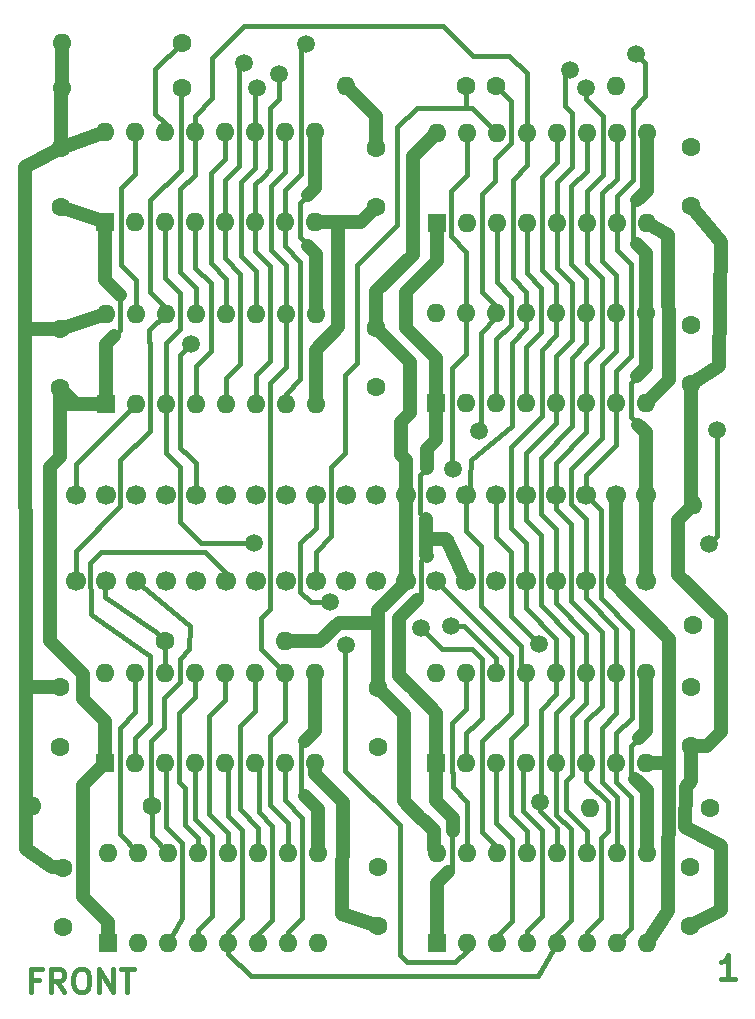
<source format=gbr>
%TF.GenerationSoftware,KiCad,Pcbnew,7.0.7*%
%TF.CreationDate,2023-11-11T16:10:04+00:00*%
%TF.ProjectId,Lynx-MK1-MEM,4c796e78-2d4d-44b3-912d-4d454d2e6b69,rev?*%
%TF.SameCoordinates,Original*%
%TF.FileFunction,Copper,L1,Top*%
%TF.FilePolarity,Positive*%
%FSLAX46Y46*%
G04 Gerber Fmt 4.6, Leading zero omitted, Abs format (unit mm)*
G04 Created by KiCad (PCBNEW 7.0.7) date 2023-11-11 16:10:04*
%MOMM*%
%LPD*%
G01*
G04 APERTURE LIST*
%ADD10C,0.400000*%
%TA.AperFunction,NonConductor*%
%ADD11C,0.400000*%
%TD*%
%TA.AperFunction,ComponentPad*%
%ADD12R,1.600000X1.600000*%
%TD*%
%TA.AperFunction,ComponentPad*%
%ADD13O,1.600000X1.600000*%
%TD*%
%TA.AperFunction,ComponentPad*%
%ADD14C,1.600000*%
%TD*%
%TA.AperFunction,ComponentPad*%
%ADD15C,1.700000*%
%TD*%
%TA.AperFunction,ViaPad*%
%ADD16C,1.500000*%
%TD*%
%TA.AperFunction,Conductor*%
%ADD17C,0.400000*%
%TD*%
%TA.AperFunction,Conductor*%
%ADD18C,1.200000*%
%TD*%
G04 APERTURE END LIST*
D10*
D11*
X77956014Y-142736819D02*
X77289347Y-142736819D01*
X77289347Y-143784438D02*
X77289347Y-141784438D01*
X77289347Y-141784438D02*
X78241728Y-141784438D01*
X80146490Y-143784438D02*
X79479823Y-142832057D01*
X79003633Y-143784438D02*
X79003633Y-141784438D01*
X79003633Y-141784438D02*
X79765538Y-141784438D01*
X79765538Y-141784438D02*
X79956014Y-141879676D01*
X79956014Y-141879676D02*
X80051252Y-141974914D01*
X80051252Y-141974914D02*
X80146490Y-142165390D01*
X80146490Y-142165390D02*
X80146490Y-142451104D01*
X80146490Y-142451104D02*
X80051252Y-142641580D01*
X80051252Y-142641580D02*
X79956014Y-142736819D01*
X79956014Y-142736819D02*
X79765538Y-142832057D01*
X79765538Y-142832057D02*
X79003633Y-142832057D01*
X81384585Y-141784438D02*
X81765538Y-141784438D01*
X81765538Y-141784438D02*
X81956014Y-141879676D01*
X81956014Y-141879676D02*
X82146490Y-142070152D01*
X82146490Y-142070152D02*
X82241728Y-142451104D01*
X82241728Y-142451104D02*
X82241728Y-143117771D01*
X82241728Y-143117771D02*
X82146490Y-143498723D01*
X82146490Y-143498723D02*
X81956014Y-143689200D01*
X81956014Y-143689200D02*
X81765538Y-143784438D01*
X81765538Y-143784438D02*
X81384585Y-143784438D01*
X81384585Y-143784438D02*
X81194109Y-143689200D01*
X81194109Y-143689200D02*
X81003633Y-143498723D01*
X81003633Y-143498723D02*
X80908395Y-143117771D01*
X80908395Y-143117771D02*
X80908395Y-142451104D01*
X80908395Y-142451104D02*
X81003633Y-142070152D01*
X81003633Y-142070152D02*
X81194109Y-141879676D01*
X81194109Y-141879676D02*
X81384585Y-141784438D01*
X83098871Y-143784438D02*
X83098871Y-141784438D01*
X83098871Y-141784438D02*
X84241728Y-143784438D01*
X84241728Y-143784438D02*
X84241728Y-141784438D01*
X84908395Y-141784438D02*
X86051252Y-141784438D01*
X85479823Y-143784438D02*
X85479823Y-141784438D01*
D10*
D11*
X136906966Y-142634438D02*
X135764109Y-142634438D01*
X136335537Y-142634438D02*
X136335537Y-140634438D01*
X136335537Y-140634438D02*
X136145061Y-140920152D01*
X136145061Y-140920152D02*
X135954585Y-141110628D01*
X135954585Y-141110628D02*
X135764109Y-141205866D01*
D12*
%TO.P,IC1,1,VBB*%
%TO.N,-5V*%
X83560000Y-78580000D03*
D13*
%TO.P,IC1,2,Din*%
%TO.N,/DI6*%
X86100000Y-78580000D03*
%TO.P,IC1,3,~{WRITE}*%
%TO.N,~{WR}*%
X88640000Y-78580000D03*
%TO.P,IC1,4,~{RAS}*%
%TO.N,~{RAS}*%
X91180000Y-78580000D03*
%TO.P,IC1,5,A0*%
%TO.N,/A5*%
X93720000Y-78580000D03*
%TO.P,IC1,6,A2*%
%TO.N,/A2*%
X96260000Y-78580000D03*
%TO.P,IC1,7,A1*%
%TO.N,/A0*%
X98800000Y-78580000D03*
%TO.P,IC1,8,VCC*%
%TO.N,+12V*%
X101340000Y-78580000D03*
%TO.P,IC1,9,A7*%
%TO.N,+5V*%
X101340000Y-70960000D03*
%TO.P,IC1,10,A5*%
%TO.N,/A1*%
X98800000Y-70960000D03*
%TO.P,IC1,11,A4*%
%TO.N,/A4*%
X96260000Y-70960000D03*
%TO.P,IC1,12,A3*%
%TO.N,/A3*%
X93720000Y-70960000D03*
%TO.P,IC1,13,A6*%
%TO.N,/A6*%
X91180000Y-70960000D03*
%TO.P,IC1,14,Dout*%
%TO.N,/DO6*%
X88640000Y-70960000D03*
%TO.P,IC1,15,~{CAS}*%
%TO.N,~{CAS}*%
X86100000Y-70960000D03*
%TO.P,IC1,16,GND*%
%TO.N,GND*%
X83560000Y-70960000D03*
%TD*%
D14*
%TO.P,C6,1*%
%TO.N,+12V*%
X106680000Y-123023000D03*
%TO.P,C6,2*%
%TO.N,GND*%
X106680000Y-118023000D03*
%TD*%
D15*
%TO.P,PL4,1,Pin_1*%
%TO.N,/DO0*%
X81090000Y-108950000D03*
%TO.P,PL4,2,Pin_2*%
%TO.N,/DI0*%
X81090000Y-101650000D03*
%TO.P,PL4,3,Pin_3*%
%TO.N,/DO5*%
X83630000Y-108950000D03*
%TO.P,PL4,4,Pin_4*%
%TO.N,unconnected-(PL4-Pin_4-Pad4)*%
X83630000Y-101650000D03*
%TO.P,PL4,5,Pin_5*%
%TO.N,/DO7*%
X86170000Y-108950000D03*
%TO.P,PL4,6,Pin_6*%
%TO.N,/DO6*%
X86170000Y-101650000D03*
%TO.P,PL4,7,Pin_7*%
%TO.N,/DI2*%
X88710000Y-108950000D03*
%TO.P,PL4,8,Pin_8*%
%TO.N,/DI1*%
X88710000Y-101650000D03*
%TO.P,PL4,9,Pin_9*%
%TO.N,/DI4*%
X91250000Y-108950000D03*
%TO.P,PL4,10,Pin_10*%
%TO.N,/DI3*%
X91250000Y-101650000D03*
%TO.P,PL4,11,Pin_11*%
%TO.N,/DI5*%
X93790000Y-108950000D03*
%TO.P,PL4,12,Pin_12*%
%TO.N,/DI6*%
X93790000Y-101650000D03*
%TO.P,PL4,13,Pin_13*%
%TO.N,unconnected-(PL4-Pin_13-Pad13)*%
X96330000Y-108950000D03*
%TO.P,PL4,14,Pin_14*%
%TO.N,/DI7*%
X96330000Y-101650000D03*
%TO.P,PL4,15,Pin_15*%
%TO.N,unconnected-(PL4-Pin_15-Pad15)*%
X98870000Y-108950000D03*
%TO.P,PL4,16,Pin_16*%
%TO.N,/DO1*%
X98870000Y-101650000D03*
%TO.P,PL4,17,Pin_17*%
%TO.N,/DO3*%
X101410000Y-108950000D03*
%TO.P,PL4,18,Pin_18*%
%TO.N,/DO4*%
X101410000Y-101650000D03*
%TO.P,PL4,19,Pin_19*%
%TO.N,unconnected-(PL4-Pin_19-Pad19)*%
X103950000Y-108950000D03*
%TO.P,PL4,20,Pin_20*%
%TO.N,unconnected-(PL4-Pin_20-Pad20)*%
X103950000Y-101650000D03*
%TO.P,PL4,21,Pin_21*%
%TO.N,unconnected-(PL4-Pin_21-Pad21)*%
X106490000Y-108950000D03*
%TO.P,PL4,22,Pin_22*%
%TO.N,unconnected-(PL4-Pin_22-Pad22)*%
X106490000Y-101650000D03*
%TO.P,PL4,23,Pin_23*%
%TO.N,GND*%
X109030000Y-108950000D03*
%TO.P,PL4,24,Pin_24*%
X109030000Y-101650000D03*
%TO.P,PL4,25,Pin_25*%
%TO.N,/DO2*%
X111570000Y-108950000D03*
%TO.P,PL4,26,Pin_26*%
%TO.N,~{WR}*%
X111570000Y-101650000D03*
%TO.P,PL4,27,Pin_27*%
%TO.N,-5V*%
X114110000Y-108950000D03*
%TO.P,PL4,28,Pin_28*%
%TO.N,/A6*%
X114110000Y-101650000D03*
%TO.P,PL4,29,Pin_29*%
%TO.N,~{RAS}*%
X116650000Y-108950000D03*
%TO.P,PL4,30,Pin_30*%
%TO.N,~{CAS}*%
X116650000Y-101650000D03*
%TO.P,PL4,31,Pin_31*%
%TO.N,/A3*%
X119190000Y-108950000D03*
%TO.P,PL4,32,Pin_32*%
%TO.N,/A5*%
X119190000Y-101650000D03*
%TO.P,PL4,33,Pin_33*%
%TO.N,/A4*%
X121730000Y-108950000D03*
%TO.P,PL4,34,Pin_34*%
%TO.N,/A2*%
X121730000Y-101650000D03*
%TO.P,PL4,35,Pin_35*%
%TO.N,/A1*%
X124270000Y-108950000D03*
%TO.P,PL4,36,Pin_36*%
%TO.N,/A0*%
X124270000Y-101650000D03*
%TO.P,PL4,37,Pin_37*%
%TO.N,+12V*%
X126810000Y-108950000D03*
%TO.P,PL4,38,Pin_38*%
X126810000Y-101650000D03*
%TO.P,PL4,39,Pin_39*%
%TO.N,+5V*%
X129350000Y-108950000D03*
%TO.P,PL4,40,Pin_40*%
X129350000Y-101650000D03*
%TD*%
D14*
%TO.P,C7,1*%
%TO.N,+12V*%
X106553000Y-92543000D03*
%TO.P,C7,2*%
%TO.N,GND*%
X106553000Y-87543000D03*
%TD*%
%TO.P,C1,1*%
%TO.N,-5V*%
X80010000Y-138263000D03*
%TO.P,C1,2*%
%TO.N,GND*%
X80010000Y-133263000D03*
%TD*%
D12*
%TO.P,IC2,1,VBB*%
%TO.N,-5V*%
X111668425Y-78613000D03*
D13*
%TO.P,IC2,2,Din*%
%TO.N,/DI3*%
X114208425Y-78613000D03*
%TO.P,IC2,3,~{WRITE}*%
%TO.N,~{WR}*%
X116748425Y-78613000D03*
%TO.P,IC2,4,~{RAS}*%
%TO.N,~{RAS}*%
X119288425Y-78613000D03*
%TO.P,IC2,5,A0*%
%TO.N,/A5*%
X121828425Y-78613000D03*
%TO.P,IC2,6,A2*%
%TO.N,/A2*%
X124368425Y-78613000D03*
%TO.P,IC2,7,A1*%
%TO.N,/A0*%
X126908425Y-78613000D03*
%TO.P,IC2,8,VCC*%
%TO.N,+12V*%
X129448425Y-78613000D03*
%TO.P,IC2,9,A7*%
%TO.N,+5V*%
X129448425Y-70993000D03*
%TO.P,IC2,10,A5*%
%TO.N,/A1*%
X126908425Y-70993000D03*
%TO.P,IC2,11,A4*%
%TO.N,/A4*%
X124368425Y-70993000D03*
%TO.P,IC2,12,A3*%
%TO.N,/A3*%
X121828425Y-70993000D03*
%TO.P,IC2,13,A6*%
%TO.N,/A6*%
X119288425Y-70993000D03*
%TO.P,IC2,14,Dout*%
%TO.N,/DO3*%
X116748425Y-70993000D03*
%TO.P,IC2,15,~{CAS}*%
%TO.N,~{CAS}*%
X114208425Y-70993000D03*
%TO.P,IC2,16,GND*%
%TO.N,GND*%
X111668425Y-70993000D03*
%TD*%
D14*
%TO.P,R6,1*%
%TO.N,/DO5*%
X88650000Y-114050000D03*
D13*
%TO.P,R6,2*%
%TO.N,GND*%
X98810000Y-114050000D03*
%TD*%
D14*
%TO.P,C9,1*%
%TO.N,+5V*%
X133096000Y-133136000D03*
%TO.P,C9,2*%
%TO.N,GND*%
X133096000Y-138136000D03*
%TD*%
%TO.P,R8,1*%
%TO.N,/DO2*%
X134767000Y-128143000D03*
D13*
%TO.P,R8,2*%
%TO.N,GND*%
X124607000Y-128143000D03*
%TD*%
D14*
%TO.P,C11,1*%
%TO.N,+5V*%
X133223000Y-87289000D03*
%TO.P,C11,2*%
%TO.N,GND*%
X133223000Y-92289000D03*
%TD*%
D12*
%TO.P,IC5,1,VBB*%
%TO.N,-5V*%
X83566000Y-124333000D03*
D13*
%TO.P,IC5,2,Din*%
%TO.N,/DI5*%
X86106000Y-124333000D03*
%TO.P,IC5,3,~{WRITE}*%
%TO.N,~{WR}*%
X88646000Y-124333000D03*
%TO.P,IC5,4,~{RAS}*%
%TO.N,~{RAS}*%
X91186000Y-124333000D03*
%TO.P,IC5,5,A0*%
%TO.N,/A5*%
X93726000Y-124333000D03*
%TO.P,IC5,6,A2*%
%TO.N,/A2*%
X96266000Y-124333000D03*
%TO.P,IC5,7,A1*%
%TO.N,/A0*%
X98806000Y-124333000D03*
%TO.P,IC5,8,VCC*%
%TO.N,+12V*%
X101346000Y-124333000D03*
%TO.P,IC5,9,A7*%
%TO.N,+5V*%
X101346000Y-116713000D03*
%TO.P,IC5,10,A5*%
%TO.N,/A1*%
X98806000Y-116713000D03*
%TO.P,IC5,11,A4*%
%TO.N,/A4*%
X96266000Y-116713000D03*
%TO.P,IC5,12,A3*%
%TO.N,/A3*%
X93726000Y-116713000D03*
%TO.P,IC5,13,A6*%
%TO.N,/A6*%
X91186000Y-116713000D03*
%TO.P,IC5,14,Dout*%
%TO.N,/DO5*%
X88646000Y-116713000D03*
%TO.P,IC5,15,~{CAS}*%
%TO.N,~{CAS}*%
X86106000Y-116713000D03*
%TO.P,IC5,16,GND*%
%TO.N,GND*%
X83566000Y-116713000D03*
%TD*%
D14*
%TO.P,C8,1*%
%TO.N,+12V*%
X106553000Y-77303000D03*
%TO.P,C8,2*%
%TO.N,GND*%
X106553000Y-72303000D03*
%TD*%
%TO.P,R1,1*%
%TO.N,/DO6*%
X90063000Y-63373000D03*
D13*
%TO.P,R1,2*%
%TO.N,GND*%
X79903000Y-63373000D03*
%TD*%
D14*
%TO.P,C12,1*%
%TO.N,+5V*%
X133223000Y-72176000D03*
%TO.P,C12,2*%
%TO.N,GND*%
X133223000Y-77176000D03*
%TD*%
%TO.P,C4,1*%
%TO.N,-5V*%
X79883000Y-77303000D03*
%TO.P,C4,2*%
%TO.N,GND*%
X79883000Y-72303000D03*
%TD*%
D12*
%TO.P,IC3,1,VBB*%
%TO.N,-5V*%
X83667600Y-93929200D03*
D13*
%TO.P,IC3,2,Din*%
%TO.N,/DI0*%
X86207600Y-93929200D03*
%TO.P,IC3,3,~{WRITE}*%
%TO.N,~{WR}*%
X88747600Y-93929200D03*
%TO.P,IC3,4,~{RAS}*%
%TO.N,~{RAS}*%
X91287600Y-93929200D03*
%TO.P,IC3,5,A0*%
%TO.N,/A5*%
X93827600Y-93929200D03*
%TO.P,IC3,6,A2*%
%TO.N,/A2*%
X96367600Y-93929200D03*
%TO.P,IC3,7,A1*%
%TO.N,/A0*%
X98907600Y-93929200D03*
%TO.P,IC3,8,VCC*%
%TO.N,+12V*%
X101447600Y-93929200D03*
%TO.P,IC3,9,A7*%
%TO.N,+5V*%
X101447600Y-86309200D03*
%TO.P,IC3,10,A5*%
%TO.N,/A1*%
X98907600Y-86309200D03*
%TO.P,IC3,11,A4*%
%TO.N,/A4*%
X96367600Y-86309200D03*
%TO.P,IC3,12,A3*%
%TO.N,/A3*%
X93827600Y-86309200D03*
%TO.P,IC3,13,A6*%
%TO.N,/A6*%
X91287600Y-86309200D03*
%TO.P,IC3,14,Dout*%
%TO.N,/DO0*%
X88747600Y-86309200D03*
%TO.P,IC3,15,~{CAS}*%
%TO.N,~{CAS}*%
X86207600Y-86309200D03*
%TO.P,IC3,16,GND*%
%TO.N,GND*%
X83667600Y-86309200D03*
%TD*%
D14*
%TO.P,C3,1*%
%TO.N,-5V*%
X79790000Y-92590000D03*
%TO.P,C3,2*%
%TO.N,GND*%
X79790000Y-87590000D03*
%TD*%
%TO.P,C5,1*%
%TO.N,+12V*%
X106680000Y-138136000D03*
%TO.P,C5,2*%
%TO.N,GND*%
X106680000Y-133136000D03*
%TD*%
D12*
%TO.P,IC7,1,VBB*%
%TO.N,-5V*%
X83855425Y-139563000D03*
D13*
%TO.P,IC7,2,Din*%
%TO.N,/DI7*%
X86395425Y-139563000D03*
%TO.P,IC7,3,~{WRITE}*%
%TO.N,~{WR}*%
X88935425Y-139563000D03*
%TO.P,IC7,4,~{RAS}*%
%TO.N,~{RAS}*%
X91475425Y-139563000D03*
%TO.P,IC7,5,A0*%
%TO.N,/A5*%
X94015425Y-139563000D03*
%TO.P,IC7,6,A2*%
%TO.N,/A2*%
X96555425Y-139563000D03*
%TO.P,IC7,7,A1*%
%TO.N,/A0*%
X99095425Y-139563000D03*
%TO.P,IC7,8,VCC*%
%TO.N,+12V*%
X101635425Y-139563000D03*
%TO.P,IC7,9,A7*%
%TO.N,+5V*%
X101635425Y-131943000D03*
%TO.P,IC7,10,A5*%
%TO.N,/A1*%
X99095425Y-131943000D03*
%TO.P,IC7,11,A4*%
%TO.N,/A4*%
X96555425Y-131943000D03*
%TO.P,IC7,12,A3*%
%TO.N,/A3*%
X94015425Y-131943000D03*
%TO.P,IC7,13,A6*%
%TO.N,/A6*%
X91475425Y-131943000D03*
%TO.P,IC7,14,Dout*%
%TO.N,/DO7*%
X88935425Y-131943000D03*
%TO.P,IC7,15,~{CAS}*%
%TO.N,~{CAS}*%
X86395425Y-131943000D03*
%TO.P,IC7,16,GND*%
%TO.N,GND*%
X83855425Y-131943000D03*
%TD*%
D12*
%TO.P,IC6,1,VBB*%
%TO.N,-5V*%
X111633000Y-124323000D03*
D13*
%TO.P,IC6,2,Din*%
%TO.N,/DI4*%
X114173000Y-124323000D03*
%TO.P,IC6,3,~{WRITE}*%
%TO.N,~{WR}*%
X116713000Y-124323000D03*
%TO.P,IC6,4,~{RAS}*%
%TO.N,~{RAS}*%
X119253000Y-124323000D03*
%TO.P,IC6,5,A0*%
%TO.N,/A5*%
X121793000Y-124323000D03*
%TO.P,IC6,6,A2*%
%TO.N,/A2*%
X124333000Y-124323000D03*
%TO.P,IC6,7,A1*%
%TO.N,/A0*%
X126873000Y-124323000D03*
%TO.P,IC6,8,VCC*%
%TO.N,+12V*%
X129413000Y-124323000D03*
%TO.P,IC6,9,A7*%
%TO.N,+5V*%
X129413000Y-116703000D03*
%TO.P,IC6,10,A5*%
%TO.N,/A1*%
X126873000Y-116703000D03*
%TO.P,IC6,11,A4*%
%TO.N,/A4*%
X124333000Y-116703000D03*
%TO.P,IC6,12,A3*%
%TO.N,/A3*%
X121793000Y-116703000D03*
%TO.P,IC6,13,A6*%
%TO.N,/A6*%
X119253000Y-116703000D03*
%TO.P,IC6,14,Dout*%
%TO.N,/DO4*%
X116713000Y-116703000D03*
%TO.P,IC6,15,~{CAS}*%
%TO.N,~{CAS}*%
X114173000Y-116703000D03*
%TO.P,IC6,16,GND*%
%TO.N,GND*%
X111633000Y-116703000D03*
%TD*%
D14*
%TO.P,R5,1*%
%TO.N,/DO4*%
X133350000Y-112669000D03*
D13*
%TO.P,R5,2*%
%TO.N,GND*%
X133350000Y-102509000D03*
%TD*%
D14*
%TO.P,C2,1*%
%TO.N,-5V*%
X79770000Y-122970000D03*
%TO.P,C2,2*%
%TO.N,GND*%
X79770000Y-117970000D03*
%TD*%
D12*
%TO.P,IC4,1,VBB*%
%TO.N,-5V*%
X111633000Y-93853000D03*
D13*
%TO.P,IC4,2,Din*%
%TO.N,/DI1*%
X114173000Y-93853000D03*
%TO.P,IC4,3,~{WRITE}*%
%TO.N,~{WR}*%
X116713000Y-93853000D03*
%TO.P,IC4,4,~{RAS}*%
%TO.N,~{RAS}*%
X119253000Y-93853000D03*
%TO.P,IC4,5,A0*%
%TO.N,/A5*%
X121793000Y-93853000D03*
%TO.P,IC4,6,A2*%
%TO.N,/A2*%
X124333000Y-93853000D03*
%TO.P,IC4,7,A1*%
%TO.N,/A0*%
X126873000Y-93853000D03*
%TO.P,IC4,8,VCC*%
%TO.N,+12V*%
X129413000Y-93853000D03*
%TO.P,IC4,9,A7*%
%TO.N,+5V*%
X129413000Y-86233000D03*
%TO.P,IC4,10,A5*%
%TO.N,/A1*%
X126873000Y-86233000D03*
%TO.P,IC4,11,A4*%
%TO.N,/A4*%
X124333000Y-86233000D03*
%TO.P,IC4,12,A3*%
%TO.N,/A3*%
X121793000Y-86233000D03*
%TO.P,IC4,13,A6*%
%TO.N,/A6*%
X119253000Y-86233000D03*
%TO.P,IC4,14,Dout*%
%TO.N,/DO1*%
X116713000Y-86233000D03*
%TO.P,IC4,15,~{CAS}*%
%TO.N,~{CAS}*%
X114173000Y-86233000D03*
%TO.P,IC4,16,GND*%
%TO.N,GND*%
X111633000Y-86233000D03*
%TD*%
D12*
%TO.P,IC8,1,VBB*%
%TO.N,-5V*%
X111668425Y-139563000D03*
D13*
%TO.P,IC8,2,Din*%
%TO.N,/DI2*%
X114208425Y-139563000D03*
%TO.P,IC8,3,~{WRITE}*%
%TO.N,~{WR}*%
X116748425Y-139563000D03*
%TO.P,IC8,4,~{RAS}*%
%TO.N,~{RAS}*%
X119288425Y-139563000D03*
%TO.P,IC8,5,A0*%
%TO.N,/A5*%
X121828425Y-139563000D03*
%TO.P,IC8,6,A2*%
%TO.N,/A2*%
X124368425Y-139563000D03*
%TO.P,IC8,7,A1*%
%TO.N,/A0*%
X126908425Y-139563000D03*
%TO.P,IC8,8,VCC*%
%TO.N,+12V*%
X129448425Y-139563000D03*
%TO.P,IC8,9,A7*%
%TO.N,+5V*%
X129448425Y-131943000D03*
%TO.P,IC8,10,A5*%
%TO.N,/A1*%
X126908425Y-131943000D03*
%TO.P,IC8,11,A4*%
%TO.N,/A4*%
X124368425Y-131943000D03*
%TO.P,IC8,12,A3*%
%TO.N,/A3*%
X121828425Y-131943000D03*
%TO.P,IC8,13,A6*%
%TO.N,/A6*%
X119288425Y-131943000D03*
%TO.P,IC8,14,Dout*%
%TO.N,/DO2*%
X116748425Y-131943000D03*
%TO.P,IC8,15,~{CAS}*%
%TO.N,~{CAS}*%
X114208425Y-131943000D03*
%TO.P,IC8,16,GND*%
%TO.N,GND*%
X111668425Y-131943000D03*
%TD*%
D14*
%TO.P,R3,1*%
%TO.N,/DO3*%
X114160000Y-67056000D03*
D13*
%TO.P,R3,2*%
%TO.N,GND*%
X104000000Y-67056000D03*
%TD*%
D14*
%TO.P,C10,1*%
%TO.N,+5V*%
X133223000Y-117896000D03*
%TO.P,C10,2*%
%TO.N,GND*%
X133223000Y-122896000D03*
%TD*%
%TO.P,R7,1*%
%TO.N,/DO7*%
X87523000Y-128016000D03*
D13*
%TO.P,R7,2*%
%TO.N,GND*%
X77363000Y-128016000D03*
%TD*%
D14*
%TO.P,R4,1*%
%TO.N,/DO1*%
X116693000Y-67056000D03*
D13*
%TO.P,R4,2*%
%TO.N,GND*%
X126853000Y-67056000D03*
%TD*%
D14*
%TO.P,R2,1*%
%TO.N,/DO0*%
X90063000Y-67183000D03*
D13*
%TO.P,R2,2*%
%TO.N,GND*%
X79903000Y-67183000D03*
%TD*%
D16*
%TO.N,~{WR}*%
X96220000Y-105730000D03*
%TO.N,~{RAS}*%
X134720000Y-105820000D03*
X135420000Y-96210000D03*
%TO.N,/A0*%
X128510000Y-64340000D03*
X100590000Y-63480000D03*
%TO.N,/A2*%
X98330000Y-65990000D03*
X124320000Y-67230000D03*
%TO.N,/A5*%
X122970000Y-65660000D03*
X95350000Y-65090000D03*
%TO.N,/A4*%
X96460000Y-67240000D03*
%TO.N,/A3*%
X120380000Y-127650000D03*
%TO.N,~{CAS}*%
X113010000Y-99490000D03*
X120300000Y-114320000D03*
%TO.N,/DI4*%
X110300000Y-112960000D03*
%TO.N,/DO4*%
X112870000Y-112730000D03*
X102620000Y-110770000D03*
%TO.N,/DI3*%
X90890000Y-88850000D03*
%TO.N,/DI2*%
X103990000Y-114340000D03*
%TO.N,/DO1*%
X115250000Y-96290000D03*
%TD*%
D17*
%TO.N,-5V*%
X110850000Y-99420000D02*
X110280000Y-99990000D01*
D18*
X80100800Y-93929200D02*
X79790000Y-94240000D01*
D17*
X110280000Y-103200000D02*
X110790000Y-103710000D01*
D18*
X111633000Y-124323000D02*
X111633000Y-120103000D01*
X111668425Y-81901575D02*
X109050000Y-84520000D01*
X83667600Y-93929200D02*
X81720000Y-93929200D01*
X81720000Y-93929200D02*
X80100800Y-93929200D01*
X111633000Y-93853000D02*
X111633000Y-97007000D01*
X109050000Y-84520000D02*
X109050000Y-87500000D01*
X79790000Y-98420000D02*
X79790000Y-94240000D01*
X81730000Y-135680000D02*
X83855425Y-137805425D01*
X109580000Y-118050000D02*
X108500000Y-116970000D01*
X83566000Y-120806000D02*
X81690000Y-118930000D01*
X108500000Y-112060000D02*
X110030000Y-110530000D01*
X83855425Y-137805425D02*
X83855425Y-139563000D01*
X108500000Y-115540000D02*
X108500000Y-112060000D01*
X83560000Y-78580000D02*
X83560000Y-83460000D01*
X83667600Y-93929200D02*
X83667600Y-88862400D01*
X111633000Y-127603000D02*
X112430000Y-128400000D01*
D17*
X110280000Y-99990000D02*
X110280000Y-103200000D01*
X110320000Y-107290000D02*
X110810000Y-106800000D01*
D18*
X83667600Y-88862400D02*
X84340000Y-88190000D01*
X81720000Y-93929200D02*
X81129200Y-93929200D01*
X110790000Y-105430000D02*
X110790000Y-106780000D01*
D17*
X84867600Y-84767600D02*
X84860000Y-84760000D01*
D18*
X110850000Y-97790000D02*
X110850000Y-99420000D01*
X108500000Y-116970000D02*
X108500000Y-115540000D01*
X111633000Y-97007000D02*
X111180000Y-97460000D01*
D17*
X112930000Y-130210000D02*
X113020000Y-130120000D01*
X84867600Y-87662400D02*
X84867600Y-84767600D01*
D18*
X81730000Y-126200000D02*
X81730000Y-135680000D01*
X112430000Y-128400000D02*
X113020000Y-128990000D01*
D17*
X112930000Y-133250000D02*
X112930000Y-130210000D01*
D18*
X112530000Y-105490000D02*
X112470000Y-105430000D01*
X111668425Y-78613000D02*
X111668425Y-81901575D01*
X111668425Y-139563000D02*
X111668425Y-134511575D01*
X111180000Y-97460000D02*
X110850000Y-97790000D01*
X110790000Y-106780000D02*
X110810000Y-106800000D01*
X111633000Y-124323000D02*
X111633000Y-127603000D01*
X81690000Y-116810000D02*
X78900000Y-114020000D01*
D17*
X110320000Y-110240000D02*
X110320000Y-107290000D01*
D18*
X111633000Y-120103000D02*
X109580000Y-118050000D01*
X83566000Y-124333000D02*
X83566000Y-120806000D01*
X79883000Y-77303000D02*
X83560000Y-78580000D01*
X83560000Y-83460000D02*
X84860000Y-84760000D01*
X109050000Y-87500000D02*
X111633000Y-90083000D01*
X112470000Y-105430000D02*
X110790000Y-105430000D01*
D17*
X110030000Y-110530000D02*
X110320000Y-110240000D01*
D18*
X78900000Y-114020000D02*
X78900000Y-99310000D01*
X78900000Y-99310000D02*
X79790000Y-98420000D01*
X83566000Y-124364000D02*
X81730000Y-126200000D01*
X110790000Y-105430000D02*
X110790000Y-103710000D01*
X111633000Y-90083000D02*
X111633000Y-93853000D01*
X83566000Y-124333000D02*
X83566000Y-124364000D01*
D17*
X112620000Y-133560000D02*
X112930000Y-133250000D01*
D18*
X114110000Y-108950000D02*
X112530000Y-105490000D01*
X81690000Y-118930000D02*
X81690000Y-116810000D01*
X113020000Y-128990000D02*
X113020000Y-130120000D01*
X111668425Y-134511575D02*
X112620000Y-133560000D01*
X79790000Y-94240000D02*
X79790000Y-92590000D01*
X81129200Y-93929200D02*
X79790000Y-92590000D01*
D17*
X84340000Y-88190000D02*
X84867600Y-87662400D01*
D18*
%TO.N,GND*%
X134544000Y-122896000D02*
X135690000Y-121750000D01*
X108870000Y-120213000D02*
X108870000Y-127610000D01*
X76810000Y-73920000D02*
X79883000Y-72303000D01*
X79883000Y-72303000D02*
X83560000Y-70960000D01*
X98810000Y-114050000D02*
X101800000Y-114050000D01*
X79883000Y-72303000D02*
X79883000Y-67203000D01*
X133223000Y-102382000D02*
X133350000Y-102509000D01*
X108610000Y-95480000D02*
X109400000Y-94690000D01*
X108610000Y-98260000D02*
X108610000Y-95480000D01*
X111390000Y-131664575D02*
X111668425Y-131943000D01*
X76841010Y-87580000D02*
X76810000Y-73920000D01*
X135690000Y-111990000D02*
X132110000Y-108410000D01*
X109030000Y-108950000D02*
X109030000Y-101650000D01*
X133223000Y-77176000D02*
X135740000Y-80240000D01*
X135770000Y-131408742D02*
X135770000Y-136820000D01*
X132110000Y-103749000D02*
X133350000Y-102509000D01*
X76910000Y-117970000D02*
X76841010Y-87580000D01*
X79790000Y-87590000D02*
X83667600Y-86309200D01*
X133223000Y-92289000D02*
X133223000Y-102382000D01*
X133223000Y-122896000D02*
X134544000Y-122896000D01*
X132110000Y-108410000D02*
X132110000Y-103749000D01*
X132720000Y-129770000D02*
X135770000Y-131408742D01*
X109030000Y-98680000D02*
X108610000Y-98260000D01*
X76851010Y-87590000D02*
X79790000Y-87590000D01*
X109650000Y-81320000D02*
X109650000Y-73011425D01*
X106553000Y-72303000D02*
X106553000Y-69609000D01*
X135690000Y-121750000D02*
X135690000Y-111990000D01*
X106553000Y-87543000D02*
X106553000Y-84417000D01*
X132740000Y-126410000D02*
X132720000Y-129770000D01*
X103360000Y-112490000D02*
X106680000Y-112490000D01*
X79120000Y-133130000D02*
X76920000Y-131650000D01*
X135530000Y-90740000D02*
X133223000Y-92289000D01*
X109030000Y-109100000D02*
X109030000Y-108950000D01*
X106553000Y-84417000D02*
X109650000Y-81320000D01*
X76920000Y-131650000D02*
X76910000Y-117970000D01*
X106680000Y-111450000D02*
X109030000Y-109100000D01*
X110370000Y-129110000D02*
X110438167Y-129110000D01*
X106553000Y-69609000D02*
X104000000Y-67056000D01*
X111390000Y-130061833D02*
X111390000Y-131664575D01*
X106680000Y-118023000D02*
X106680000Y-112490000D01*
X109650000Y-73011425D02*
X111668425Y-70993000D01*
X110438167Y-129110000D02*
X111390000Y-130061833D01*
X133223000Y-122896000D02*
X133223000Y-125927000D01*
X133223000Y-125927000D02*
X132740000Y-126410000D01*
X106680000Y-118023000D02*
X108870000Y-120213000D01*
X109030000Y-101650000D02*
X109030000Y-98680000D01*
X108870000Y-127610000D02*
X110370000Y-129110000D01*
X109400000Y-90390000D02*
X106553000Y-87543000D01*
X76841010Y-87580000D02*
X76851010Y-87590000D01*
X79770000Y-117970000D02*
X76910000Y-117970000D01*
X106680000Y-112490000D02*
X106680000Y-111450000D01*
X79883000Y-67203000D02*
X79903000Y-67183000D01*
X135740000Y-80240000D02*
X135530000Y-90740000D01*
X135770000Y-136820000D02*
X133096000Y-138136000D01*
X101800000Y-114050000D02*
X103360000Y-112490000D01*
X109400000Y-94690000D02*
X109400000Y-90390000D01*
X79903000Y-67183000D02*
X79903000Y-63373000D01*
X80010000Y-133263000D02*
X79120000Y-133130000D01*
%TO.N,+12V*%
X105276000Y-78580000D02*
X106553000Y-77303000D01*
X103750000Y-127670000D02*
X103650000Y-137120000D01*
X131340000Y-91926000D02*
X131270000Y-79690000D01*
X126810000Y-108950000D02*
X126810000Y-109320000D01*
X131301957Y-124250000D02*
X131280000Y-136930000D01*
X101346000Y-125266000D02*
X103750000Y-127670000D01*
X131280000Y-136930000D02*
X129448425Y-139563000D01*
X101340000Y-78580000D02*
X103340000Y-78580000D01*
X126810000Y-109320000D02*
X131320000Y-113830000D01*
X103650000Y-137120000D02*
X106680000Y-138136000D01*
X103340000Y-87490000D02*
X101447600Y-89382400D01*
X129413000Y-124323000D02*
X131228957Y-124323000D01*
X126810000Y-108950000D02*
X126810000Y-101650000D01*
X131320000Y-113830000D02*
X131301957Y-124250000D01*
X129413000Y-93853000D02*
X131340000Y-91926000D01*
X101447600Y-89382400D02*
X101447600Y-93929200D01*
X131270000Y-79690000D02*
X129448425Y-78613000D01*
X101346000Y-124333000D02*
X101346000Y-125266000D01*
X103340000Y-78580000D02*
X103340000Y-87490000D01*
X103340000Y-78580000D02*
X105276000Y-78580000D01*
X131228957Y-124323000D02*
X131301957Y-124250000D01*
%TO.N,+5V*%
X129413000Y-90817000D02*
X128620000Y-91610000D01*
X101340000Y-70960000D02*
X101340000Y-75680000D01*
X129448425Y-126688425D02*
X128480000Y-125720000D01*
X129350000Y-96340000D02*
X128720000Y-95710000D01*
X129413000Y-86233000D02*
X129413000Y-90817000D01*
X129448425Y-75931575D02*
X128650000Y-76730000D01*
X129448425Y-70993000D02*
X129448425Y-75931575D01*
D17*
X128248425Y-80048425D02*
X128600000Y-80400000D01*
D18*
X129448425Y-131943000D02*
X129448425Y-126688425D01*
D17*
X128140000Y-122950000D02*
X128800000Y-122290000D01*
D18*
X101340000Y-75680000D02*
X100730000Y-76290000D01*
X100510000Y-122520000D02*
X101346000Y-121684000D01*
D17*
X128073000Y-95063000D02*
X128720000Y-95710000D01*
D18*
X129350000Y-108950000D02*
X129350000Y-101650000D01*
X101447600Y-81227600D02*
X100790000Y-80570000D01*
D17*
X128620000Y-91610000D02*
X128073000Y-92157000D01*
X128480000Y-125720000D02*
X128140000Y-125380000D01*
D18*
X129413000Y-81213000D02*
X128600000Y-80400000D01*
X129413000Y-121677000D02*
X128800000Y-122290000D01*
D17*
X128650000Y-76730000D02*
X128248425Y-77131575D01*
D18*
X101635425Y-131943000D02*
X101635425Y-128295425D01*
X129350000Y-101650000D02*
X129350000Y-96340000D01*
X101447600Y-86309200D02*
X101447600Y-81227600D01*
X101346000Y-121684000D02*
X101346000Y-116713000D01*
D17*
X100146000Y-122884000D02*
X100510000Y-122520000D01*
X100500000Y-127160000D02*
X100146000Y-126806000D01*
X100070000Y-79850000D02*
X100070000Y-76950000D01*
X100070000Y-76950000D02*
X100730000Y-76290000D01*
X128248425Y-77131575D02*
X128248425Y-80048425D01*
X100146000Y-126806000D02*
X100146000Y-122884000D01*
X128140000Y-125380000D02*
X128140000Y-122950000D01*
D18*
X101635425Y-128295425D02*
X100500000Y-127160000D01*
D17*
X128073000Y-92157000D02*
X128073000Y-95063000D01*
D18*
X129413000Y-116703000D02*
X129413000Y-121677000D01*
D17*
X100790000Y-80570000D02*
X100070000Y-79850000D01*
D18*
X129413000Y-86233000D02*
X129413000Y-81213000D01*
D17*
%TO.N,~{WR}*%
X116713000Y-88467000D02*
X117940000Y-87240000D01*
X88747600Y-93929200D02*
X88747600Y-98127600D01*
X90135425Y-131165425D02*
X90135425Y-137460000D01*
X118020000Y-137710000D02*
X118020000Y-130780000D01*
X88723000Y-129753000D02*
X90135425Y-131165425D01*
X89947600Y-87582400D02*
X88747600Y-88782400D01*
X89960000Y-103960000D02*
X91730000Y-105730000D01*
X89947600Y-84567600D02*
X89947600Y-87582400D01*
X116748425Y-82528425D02*
X116748425Y-78613000D01*
X116750000Y-83680000D02*
X116750000Y-82530000D01*
X117940000Y-84870000D02*
X116750000Y-83680000D01*
X116748425Y-139563000D02*
X116748425Y-138981575D01*
X116713000Y-129473000D02*
X116713000Y-124323000D01*
X116713000Y-93853000D02*
X116713000Y-88467000D01*
X88747600Y-88782400D02*
X88747600Y-93929200D01*
X88723000Y-124410000D02*
X88723000Y-129753000D01*
X116748425Y-138981575D02*
X118020000Y-137710000D01*
X88640000Y-83260000D02*
X89947600Y-84567600D01*
X117940000Y-87240000D02*
X117940000Y-84870000D01*
X118020000Y-130780000D02*
X116713000Y-129473000D01*
X88747600Y-98127600D02*
X89960000Y-99340000D01*
X89960000Y-99340000D02*
X89960000Y-103960000D01*
X116750000Y-82530000D02*
X116748425Y-82528425D01*
X88640000Y-78580000D02*
X88640000Y-83260000D01*
X88646000Y-124333000D02*
X88723000Y-124410000D01*
X91730000Y-105730000D02*
X96220000Y-105730000D01*
X90135425Y-137460000D02*
X88935425Y-139563000D01*
%TO.N,~{RAS}*%
X91475425Y-138544575D02*
X91475425Y-139563000D01*
X120520000Y-87870000D02*
X119253000Y-89137000D01*
X118940000Y-124636000D02*
X118940000Y-128390000D01*
X92675425Y-137344575D02*
X91475425Y-138544575D01*
X119253000Y-124323000D02*
X118940000Y-124636000D01*
X91186000Y-129066000D02*
X92675425Y-130555425D01*
X135420000Y-105120000D02*
X135420000Y-96210000D01*
X119288425Y-82908425D02*
X120520000Y-84140000D01*
X120550000Y-137310000D02*
X119288425Y-138571575D01*
X134720000Y-105820000D02*
X135420000Y-105120000D01*
X91180000Y-82430000D02*
X92510000Y-83760000D01*
X91186000Y-124333000D02*
X91186000Y-129066000D01*
X120550000Y-130000000D02*
X120550000Y-137310000D01*
X91180000Y-78580000D02*
X91180000Y-82430000D01*
X91287600Y-90742400D02*
X91287600Y-93929200D01*
X118940000Y-128390000D02*
X120550000Y-130000000D01*
X120520000Y-84140000D02*
X120520000Y-87870000D01*
X92675425Y-130555425D02*
X92675425Y-137344575D01*
X119253000Y-89137000D02*
X119253000Y-93853000D01*
X119288425Y-138571575D02*
X119288425Y-139563000D01*
X92510000Y-83760000D02*
X92510000Y-89520000D01*
X92510000Y-89520000D02*
X91287600Y-90742400D01*
X119288425Y-78613000D02*
X119288425Y-82908425D01*
%TO.N,/A0*%
X124330000Y-101590000D02*
X124270000Y-101650000D01*
X98800000Y-80600000D02*
X100107600Y-81907600D01*
X126873000Y-91137000D02*
X126873000Y-93853000D01*
X128120000Y-138351425D02*
X128120000Y-127220000D01*
X128073000Y-82103000D02*
X128073000Y-89937000D01*
X100295425Y-128995425D02*
X100295425Y-137474575D01*
X98907600Y-93082400D02*
X98907600Y-93929200D01*
X128248425Y-75001575D02*
X128248425Y-68961575D01*
X129310000Y-67900000D02*
X129310000Y-65140000D01*
X98806000Y-127506000D02*
X100295425Y-128995425D01*
X125320000Y-102690000D02*
X125310000Y-102690000D01*
X98800000Y-78580000D02*
X98800000Y-80600000D01*
X129310000Y-65140000D02*
X128510000Y-64340000D01*
X126908425Y-80938425D02*
X128073000Y-82103000D01*
X125310000Y-102690000D02*
X124270000Y-101650000D01*
X128213000Y-113083000D02*
X125560000Y-110430000D01*
X128213000Y-120517000D02*
X128213000Y-113083000D01*
X99095425Y-138674575D02*
X99095425Y-139563000D01*
X100107600Y-91882400D02*
X98907600Y-93082400D01*
X98800000Y-78580000D02*
X98800000Y-75840000D01*
X100140000Y-63930000D02*
X100590000Y-63480000D01*
X100107600Y-81907600D02*
X100107600Y-91882400D01*
X125560000Y-110430000D02*
X125560000Y-102930000D01*
X126908425Y-78613000D02*
X126908425Y-76341575D01*
X126908425Y-76341575D02*
X128248425Y-75001575D01*
X126873000Y-97457000D02*
X124330000Y-100000000D01*
X128248425Y-68961575D02*
X129310000Y-67900000D01*
X128120000Y-127220000D02*
X126873000Y-125973000D01*
X126908425Y-78613000D02*
X126908425Y-80938425D01*
X100140000Y-74500000D02*
X100140000Y-63930000D01*
X126873000Y-93853000D02*
X126873000Y-97457000D01*
X98800000Y-75840000D02*
X100140000Y-74500000D01*
X124330000Y-100000000D02*
X124330000Y-101590000D01*
X98806000Y-124333000D02*
X98806000Y-127506000D01*
X126908425Y-139563000D02*
X128120000Y-138351425D01*
X125560000Y-102930000D02*
X125320000Y-102690000D01*
X126873000Y-125973000D02*
X126873000Y-124323000D01*
X100295425Y-137474575D02*
X99095425Y-138674575D01*
X126873000Y-124323000D02*
X126873000Y-121857000D01*
X126873000Y-121857000D02*
X128213000Y-120517000D01*
X128073000Y-89937000D02*
X126873000Y-91137000D01*
%TO.N,/A2*%
X98330000Y-68140000D02*
X98330000Y-65990000D01*
X125673000Y-83323000D02*
X125673000Y-89127000D01*
X97550000Y-70900000D02*
X97550000Y-68920000D01*
X125568425Y-130731575D02*
X125568425Y-137461575D01*
X124333000Y-93853000D02*
X124333000Y-96327000D01*
X125630000Y-113290000D02*
X125630000Y-119540000D01*
X125630000Y-119540000D02*
X124333000Y-120837000D01*
X97980000Y-68490000D02*
X98330000Y-68140000D01*
X124368425Y-138661575D02*
X124368425Y-139563000D01*
X96555425Y-138874575D02*
X96555425Y-139563000D01*
X122990000Y-110650000D02*
X125630000Y-113290000D01*
X96266000Y-124333000D02*
X96590000Y-124657000D01*
X96260000Y-78580000D02*
X96260000Y-80990000D01*
X125568425Y-137461575D02*
X124368425Y-138661575D01*
X97755425Y-129665425D02*
X97755425Y-137674575D01*
X121730000Y-101650000D02*
X121730000Y-102840000D01*
X124333000Y-96327000D02*
X121730000Y-98930000D01*
X124333000Y-125873000D02*
X126160000Y-127700000D01*
X124333000Y-124323000D02*
X124333000Y-125873000D01*
X96260000Y-80990000D02*
X97567600Y-82297600D01*
X96920000Y-74710000D02*
X97550000Y-74080000D01*
X124368425Y-75931575D02*
X125708425Y-74591575D01*
X96590000Y-128500000D02*
X97755425Y-129665425D01*
X124333000Y-120837000D02*
X124333000Y-124323000D01*
X125708425Y-69548425D02*
X124320000Y-68160000D01*
X122990000Y-104100000D02*
X122990000Y-110650000D01*
X96367600Y-91552400D02*
X96367600Y-93929200D01*
X96590000Y-124657000D02*
X96590000Y-128500000D01*
X97755425Y-137674575D02*
X96555425Y-138874575D01*
X125673000Y-89127000D02*
X124333000Y-90467000D01*
X124368425Y-78613000D02*
X124368425Y-75931575D01*
X124368425Y-78613000D02*
X124368425Y-82018425D01*
X97567600Y-82297600D02*
X97567600Y-90352400D01*
X124333000Y-90467000D02*
X124333000Y-93853000D01*
X97550000Y-74080000D02*
X97550000Y-70900000D01*
X126160000Y-130140000D02*
X125568425Y-130731575D01*
X121730000Y-98930000D02*
X121730000Y-101650000D01*
X96260000Y-78580000D02*
X96260000Y-75370000D01*
X121730000Y-102840000D02*
X122990000Y-104100000D01*
X97550000Y-68920000D02*
X97980000Y-68490000D01*
X124320000Y-68160000D02*
X124320000Y-67230000D01*
X125708425Y-74591575D02*
X125708425Y-69548425D01*
X126160000Y-127700000D02*
X126160000Y-130140000D01*
X124368425Y-82018425D02*
X125673000Y-83323000D01*
X97567600Y-90352400D02*
X96367600Y-91552400D01*
X96260000Y-75370000D02*
X96920000Y-74710000D01*
%TO.N,/A1*%
X125660000Y-81850000D02*
X126873000Y-83063000D01*
X96810000Y-112130000D02*
X96810000Y-114717000D01*
X126873000Y-86233000D02*
X126873000Y-89457000D01*
X126908425Y-74881575D02*
X125660000Y-76130000D01*
X96810000Y-114717000D02*
X98806000Y-116713000D01*
X98800000Y-70960000D02*
X98800000Y-74340000D01*
X124290000Y-110430000D02*
X124290000Y-108970000D01*
X98907600Y-90852400D02*
X97567600Y-92192400D01*
X99095425Y-129455425D02*
X99095425Y-131943000D01*
X125673000Y-126013000D02*
X125673000Y-121367000D01*
X97520000Y-122070000D02*
X97520000Y-127880000D01*
X98806000Y-120784000D02*
X97520000Y-122070000D01*
X125673000Y-90657000D02*
X125673000Y-96807000D01*
X126908425Y-127248425D02*
X125673000Y-126013000D01*
X126873000Y-113013000D02*
X124290000Y-110430000D01*
X124290000Y-108970000D02*
X124270000Y-108950000D01*
X97580000Y-111360000D02*
X96810000Y-112130000D01*
X125660000Y-76130000D02*
X125660000Y-81850000D01*
X97567600Y-98807600D02*
X97580000Y-98820000D01*
X126873000Y-89457000D02*
X125673000Y-90657000D01*
X125673000Y-96807000D02*
X123020000Y-99460000D01*
X98907600Y-86309200D02*
X98907600Y-90852400D01*
X97520000Y-127880000D02*
X99095425Y-129455425D01*
X126873000Y-83063000D02*
X126873000Y-86233000D01*
X123020000Y-102450000D02*
X124270000Y-103700000D01*
X98800000Y-74340000D02*
X97600000Y-75540000D01*
X126908425Y-131943000D02*
X126908425Y-127248425D01*
X123020000Y-99460000D02*
X123020000Y-102450000D01*
X126873000Y-116703000D02*
X126873000Y-113013000D01*
X98806000Y-116713000D02*
X98806000Y-120784000D01*
X97567600Y-92192400D02*
X97567600Y-98807600D01*
X97580000Y-98820000D02*
X97580000Y-111360000D01*
X126908425Y-70993000D02*
X126908425Y-74881575D01*
X97600000Y-80900000D02*
X98907600Y-82207600D01*
X124270000Y-103700000D02*
X124270000Y-108950000D01*
X98907600Y-82207600D02*
X98907600Y-86309200D01*
X125673000Y-121367000D02*
X126873000Y-120167000D01*
X97600000Y-75540000D02*
X97600000Y-80900000D01*
X126873000Y-120167000D02*
X126873000Y-116703000D01*
%TO.N,/A5*%
X94015425Y-139563000D02*
X94015425Y-138664575D01*
X121828425Y-138851575D02*
X121828425Y-139563000D01*
X95027600Y-90542400D02*
X95027600Y-82927600D01*
X121793000Y-95537000D02*
X119210000Y-98120000D01*
X121828425Y-139563000D02*
X120260000Y-142420000D01*
X123133000Y-83723000D02*
X121828425Y-82418425D01*
X95930000Y-142420000D02*
X94015425Y-140505425D01*
X121793000Y-128743000D02*
X123028425Y-129978425D01*
X121828425Y-78613000D02*
X121828425Y-75181575D01*
X121793000Y-93853000D02*
X121793000Y-95537000D01*
X123080000Y-69350000D02*
X122500000Y-68770000D01*
X94920000Y-73820000D02*
X94920000Y-65520000D01*
X120480000Y-111020000D02*
X120480000Y-105060000D01*
X119200000Y-103550000D02*
X119190000Y-103540000D01*
X93720000Y-75020000D02*
X94920000Y-73820000D01*
X95027600Y-82927600D02*
X93720000Y-81620000D01*
X121793000Y-93853000D02*
X121793000Y-89877000D01*
X95215425Y-137464575D02*
X95215425Y-130025425D01*
X121828425Y-82418425D02*
X121828425Y-78613000D01*
X121793000Y-124323000D02*
X121793000Y-128743000D01*
X121828425Y-75181575D02*
X123080000Y-73930000D01*
X93720000Y-81620000D02*
X93720000Y-78580000D01*
X121793000Y-120107000D02*
X123133000Y-118767000D01*
X94920000Y-65520000D02*
X95350000Y-65090000D01*
X119210000Y-98120000D02*
X119210000Y-101630000D01*
X94015425Y-138664575D02*
X95215425Y-137464575D01*
X121793000Y-124323000D02*
X121793000Y-120107000D01*
X119190000Y-103540000D02*
X119190000Y-101650000D01*
X123028425Y-137651575D02*
X121828425Y-138851575D01*
X120260000Y-142420000D02*
X95930000Y-142420000D01*
X94010000Y-128820000D02*
X94010000Y-124617000D01*
X93827600Y-91742400D02*
X95027600Y-90542400D01*
X119210000Y-101630000D02*
X119190000Y-101650000D01*
X120480000Y-105060000D02*
X119200000Y-103780000D01*
X123080000Y-73930000D02*
X123080000Y-69350000D01*
X95215425Y-130025425D02*
X94010000Y-128820000D01*
X123133000Y-113673000D02*
X120480000Y-111020000D01*
X121793000Y-89877000D02*
X123133000Y-88537000D01*
X94010000Y-124617000D02*
X93726000Y-124333000D01*
X93827600Y-93929200D02*
X93827600Y-91742400D01*
X123028425Y-129978425D02*
X123028425Y-137651575D01*
X93720000Y-78580000D02*
X93720000Y-75020000D01*
X123133000Y-88537000D02*
X123133000Y-83723000D01*
X123133000Y-118767000D02*
X123133000Y-113673000D01*
X122500000Y-66130000D02*
X122970000Y-65660000D01*
X94015425Y-140505425D02*
X94015425Y-139563000D01*
X119200000Y-103780000D02*
X119200000Y-103550000D01*
X122500000Y-68770000D02*
X122500000Y-66130000D01*
%TO.N,/A4*%
X95060000Y-81430000D02*
X95060000Y-75160000D01*
X122590000Y-128330000D02*
X122590000Y-125880000D01*
X96367600Y-82737600D02*
X95060000Y-81430000D01*
X124368425Y-131943000D02*
X124368425Y-130108425D01*
X123028425Y-75541575D02*
X124368425Y-74201575D01*
X124333000Y-83383000D02*
X123028425Y-82078425D01*
X124368425Y-130108425D02*
X122590000Y-128330000D01*
X120480000Y-103310000D02*
X120480000Y-98500000D01*
X124333000Y-86233000D02*
X124333000Y-83383000D01*
X96367600Y-86309200D02*
X96367600Y-82737600D01*
X96555425Y-131943000D02*
X96555425Y-129845425D01*
X124368425Y-74201575D02*
X124368425Y-70993000D01*
X95010000Y-128300000D02*
X95010000Y-121210000D01*
X121730000Y-104560000D02*
X120480000Y-103310000D01*
X123028425Y-82078425D02*
X123028425Y-75541575D01*
X124333000Y-88837000D02*
X124333000Y-86233000D01*
X122590000Y-125880000D02*
X123110000Y-125360000D01*
X95060000Y-75160000D02*
X96260000Y-73960000D01*
X121730000Y-110860000D02*
X121730000Y-108950000D01*
X96266000Y-119954000D02*
X96266000Y-116713000D01*
X96260000Y-67440000D02*
X96460000Y-67240000D01*
X96260000Y-70960000D02*
X96260000Y-67440000D01*
X95010000Y-121210000D02*
X96266000Y-119954000D01*
X124333000Y-113463000D02*
X121730000Y-110860000D01*
X123110000Y-125360000D02*
X123110000Y-120490000D01*
X124333000Y-116703000D02*
X124333000Y-113463000D01*
X123110000Y-95870000D02*
X123110000Y-90060000D01*
X123110000Y-120490000D02*
X124333000Y-119267000D01*
X96555425Y-129845425D02*
X95010000Y-128300000D01*
X123110000Y-90060000D02*
X124333000Y-88837000D01*
X96260000Y-73960000D02*
X96260000Y-70960000D01*
X121730000Y-108950000D02*
X121730000Y-104560000D01*
X124333000Y-119267000D02*
X124333000Y-116703000D01*
X120480000Y-98500000D02*
X123110000Y-95870000D01*
%TO.N,/A3*%
X120593000Y-89357000D02*
X121793000Y-88157000D01*
X93720000Y-73190000D02*
X92520000Y-74390000D01*
X119190000Y-111240000D02*
X119190000Y-108950000D01*
X120380000Y-127650000D02*
X120453000Y-127577000D01*
X120380000Y-128430000D02*
X120380000Y-127650000D01*
X121793000Y-118497000D02*
X121793000Y-116703000D01*
X117940000Y-104450000D02*
X117940000Y-97640000D01*
X93827600Y-83377600D02*
X93827600Y-86309200D01*
X121828425Y-73491575D02*
X120560000Y-74760000D01*
X92386000Y-128666000D02*
X94015425Y-130295425D01*
X120560000Y-82590000D02*
X121793000Y-83823000D01*
X92520000Y-74390000D02*
X92520000Y-82070000D01*
X92386000Y-120344000D02*
X92386000Y-128666000D01*
X121793000Y-88157000D02*
X121793000Y-86233000D01*
X121793000Y-83823000D02*
X121793000Y-86233000D01*
X121793000Y-116703000D02*
X121793000Y-113843000D01*
X92520000Y-82070000D02*
X93827600Y-83377600D01*
X117940000Y-97640000D02*
X120593000Y-94987000D01*
X120453000Y-127577000D02*
X120453000Y-119837000D01*
X121828425Y-129878425D02*
X120380000Y-128430000D01*
X94015425Y-130295425D02*
X94015425Y-131943000D01*
X119190000Y-105700000D02*
X117940000Y-104450000D01*
X121793000Y-113843000D02*
X119190000Y-111240000D01*
X120453000Y-119837000D02*
X121793000Y-118497000D01*
X93726000Y-119004000D02*
X92386000Y-120344000D01*
X121828425Y-70993000D02*
X121828425Y-73491575D01*
X121828425Y-131943000D02*
X121828425Y-129878425D01*
X119190000Y-108950000D02*
X119190000Y-105700000D01*
X120560000Y-74760000D02*
X120560000Y-82590000D01*
X120593000Y-94987000D02*
X120593000Y-89357000D01*
X93726000Y-116713000D02*
X93726000Y-119004000D01*
X93720000Y-70960000D02*
X93720000Y-73190000D01*
%TO.N,/A6*%
X89840000Y-120100000D02*
X89840000Y-121570000D01*
X89846000Y-121576000D02*
X89846000Y-126016000D01*
X118088425Y-83308425D02*
X118088425Y-74971575D01*
X91180000Y-70960000D02*
X91180000Y-74550000D01*
X89840000Y-121570000D02*
X89846000Y-121576000D01*
X119288425Y-130108425D02*
X119288425Y-131943000D01*
X117960000Y-122330000D02*
X117960000Y-128780000D01*
X92620000Y-64710000D02*
X92650000Y-64740000D01*
X95330000Y-62000000D02*
X92620000Y-64710000D01*
X117790000Y-64480000D02*
X114700000Y-64480000D01*
X112220000Y-62000000D02*
X95330000Y-62000000D01*
X115400000Y-111050000D02*
X115400000Y-106000000D01*
X90350000Y-126520000D02*
X90350000Y-129630000D01*
X92650000Y-64740000D02*
X92650000Y-68090000D01*
X118830000Y-114480000D02*
X115400000Y-111050000D01*
X114110000Y-104710000D02*
X114110000Y-101650000D01*
X118088425Y-74971575D02*
X119288425Y-73771575D01*
X119253000Y-86233000D02*
X119253000Y-84473000D01*
X115400000Y-106000000D02*
X114110000Y-104710000D01*
X118053000Y-88767000D02*
X119253000Y-87567000D01*
X117960000Y-128780000D02*
X119288425Y-130108425D01*
X118830000Y-116610000D02*
X118830000Y-114480000D01*
X89950000Y-75780000D02*
X89950000Y-82830000D01*
X89950000Y-82830000D02*
X91287600Y-84167600D01*
X119253000Y-87567000D02*
X119253000Y-86233000D01*
X119288425Y-70993000D02*
X119288425Y-65978425D01*
X119253000Y-116703000D02*
X119253000Y-121037000D01*
X119253000Y-121037000D02*
X117960000Y-122330000D01*
X119288425Y-73771575D02*
X119288425Y-70993000D01*
X114520000Y-100430000D02*
X114520000Y-101240000D01*
X89846000Y-126016000D02*
X90350000Y-126520000D01*
X119288425Y-65978425D02*
X117790000Y-64480000D01*
X114520000Y-100430000D02*
X114530000Y-98690000D01*
X114700000Y-64480000D02*
X112220000Y-62000000D01*
X119253000Y-84473000D02*
X118088425Y-83308425D01*
X91186000Y-116713000D02*
X91186000Y-118754000D01*
X119253000Y-116703000D02*
X118923000Y-116703000D01*
X91475425Y-130755425D02*
X91475425Y-131943000D01*
X114530000Y-98690000D02*
X118010000Y-95800000D01*
X118923000Y-116703000D02*
X118830000Y-116610000D01*
X91180000Y-74550000D02*
X89950000Y-75780000D01*
X90350000Y-129630000D02*
X91475425Y-130755425D01*
X91287600Y-84167600D02*
X91287600Y-86309200D01*
X118010000Y-95800000D02*
X118053000Y-88767000D01*
X91186000Y-118754000D02*
X89840000Y-120100000D01*
X114520000Y-101240000D02*
X114110000Y-101650000D01*
X91180000Y-69560000D02*
X91180000Y-70960000D01*
X92650000Y-68090000D02*
X91180000Y-69560000D01*
%TO.N,/DO7*%
X90720000Y-114690000D02*
X89890000Y-115520000D01*
X88600000Y-121390000D02*
X87446000Y-122544000D01*
X88600000Y-118820000D02*
X88600000Y-121390000D01*
X87523000Y-130530575D02*
X88935425Y-131943000D01*
X87446000Y-122544000D02*
X87446000Y-127939000D01*
X89890000Y-115520000D02*
X89890000Y-117530000D01*
X87446000Y-127939000D02*
X87523000Y-128016000D01*
X86170000Y-108950000D02*
X90740000Y-112750000D01*
X89890000Y-117530000D02*
X88600000Y-118820000D01*
X90740000Y-112750000D02*
X90720000Y-114690000D01*
X87523000Y-128016000D02*
X87523000Y-130530575D01*
%TO.N,~{CAS}*%
X84820000Y-121360000D02*
X84820000Y-130367575D01*
X116650000Y-101650000D02*
X116650000Y-105250000D01*
X114173000Y-81063000D02*
X112870000Y-79760000D01*
X114173000Y-89727000D02*
X112973000Y-90927000D01*
X86207600Y-83497600D02*
X86207600Y-86309200D01*
X84900000Y-75660000D02*
X84900000Y-82190000D01*
X114173000Y-86233000D02*
X114173000Y-81063000D01*
X84900000Y-82190000D02*
X86207600Y-83497600D01*
X114173000Y-119787000D02*
X114173000Y-116703000D01*
X117940000Y-111960000D02*
X120300000Y-114320000D01*
X112973000Y-125143000D02*
X112973000Y-120987000D01*
X86106000Y-116713000D02*
X86106000Y-120074000D01*
X114208425Y-131943000D02*
X114208425Y-127628425D01*
X112973000Y-99453000D02*
X113010000Y-99490000D01*
X114208425Y-74581575D02*
X114208425Y-70993000D01*
X112870000Y-79760000D02*
X112870000Y-75920000D01*
X116650000Y-105250000D02*
X117940000Y-106540000D01*
X112973000Y-90927000D02*
X112973000Y-99453000D01*
X112973000Y-120987000D02*
X114173000Y-119787000D01*
X113000000Y-125170000D02*
X112973000Y-125143000D01*
X117940000Y-106540000D02*
X117940000Y-111960000D01*
X113000000Y-126420000D02*
X113000000Y-125170000D01*
X86106000Y-120074000D02*
X84820000Y-121360000D01*
X84820000Y-130367575D02*
X86395425Y-131943000D01*
X112870000Y-75920000D02*
X114208425Y-74581575D01*
X114208425Y-127628425D02*
X113000000Y-126420000D01*
X86100000Y-74460000D02*
X84900000Y-75660000D01*
X86100000Y-70960000D02*
X86100000Y-74460000D01*
X114173000Y-86233000D02*
X114173000Y-89727000D01*
%TO.N,/DO6*%
X87850000Y-65586000D02*
X87850000Y-69400000D01*
X88640000Y-70190000D02*
X88640000Y-70960000D01*
X90063000Y-63373000D02*
X87850000Y-65586000D01*
X87850000Y-69400000D02*
X88640000Y-70190000D01*
%TO.N,/DI5*%
X86106000Y-122284000D02*
X86106000Y-124333000D01*
X82360000Y-111750000D02*
X82810000Y-112110000D01*
X82340000Y-107450000D02*
X82360000Y-111750000D01*
X93790000Y-108950000D02*
X93790000Y-108260000D01*
X83250000Y-106540000D02*
X82340000Y-107450000D01*
X87350000Y-115330000D02*
X87390000Y-121000000D01*
X83370000Y-112500000D02*
X87350000Y-115330000D01*
X92070000Y-106540000D02*
X83250000Y-106540000D01*
X87390000Y-121000000D02*
X86106000Y-122284000D01*
X82810000Y-112110000D02*
X83370000Y-112500000D01*
X93790000Y-108260000D02*
X92070000Y-106540000D01*
%TO.N,/DO5*%
X88646000Y-116713000D02*
X88646000Y-114054000D01*
X88646000Y-114054000D02*
X88650000Y-114050000D01*
X83610000Y-110340000D02*
X87900000Y-113240000D01*
X83630000Y-108950000D02*
X83610000Y-110340000D01*
X88650000Y-113990000D02*
X88650000Y-114050000D01*
X87900000Y-113240000D02*
X88650000Y-113990000D01*
%TO.N,/DI4*%
X112070000Y-114730000D02*
X110300000Y-112960000D01*
X113560000Y-114730000D02*
X112070000Y-114730000D01*
X114173000Y-124323000D02*
X114173000Y-121807000D01*
X115460000Y-120520000D02*
X115460000Y-116310000D01*
X115040000Y-120940000D02*
X115460000Y-120520000D01*
X114610000Y-114730000D02*
X113560000Y-114730000D01*
X115460000Y-115580000D02*
X114970000Y-115090000D01*
X115460000Y-116310000D02*
X115460000Y-115580000D01*
X114970000Y-115090000D02*
X114610000Y-114730000D01*
X114173000Y-121807000D02*
X115040000Y-120940000D01*
%TO.N,/DO4*%
X100120000Y-109910000D02*
X100980000Y-110770000D01*
X116713000Y-116703000D02*
X116713000Y-115503000D01*
X116713000Y-115503000D02*
X113940000Y-112730000D01*
X113940000Y-112730000D02*
X112870000Y-112730000D01*
X101410000Y-104460000D02*
X100120000Y-105750000D01*
X100980000Y-110770000D02*
X102620000Y-110770000D01*
X100120000Y-105750000D02*
X100120000Y-109910000D01*
X101410000Y-101650000D02*
X101410000Y-104460000D01*
%TO.N,/DI3*%
X89960000Y-89780000D02*
X90890000Y-88850000D01*
X91250000Y-101650000D02*
X91250000Y-99000000D01*
X89960000Y-97710000D02*
X89960000Y-93920000D01*
X90650000Y-98400000D02*
X89960000Y-97710000D01*
X89960000Y-93920000D02*
X89960000Y-89780000D01*
X91250000Y-99000000D02*
X90650000Y-98400000D01*
%TO.N,/DO3*%
X114160000Y-68890000D02*
X114170000Y-68900000D01*
X101410000Y-106460000D02*
X101410000Y-108950000D01*
X114160000Y-67056000D02*
X114160000Y-68890000D01*
X104890000Y-90530000D02*
X103880000Y-91540000D01*
X114170000Y-68900000D02*
X109970000Y-68900000D01*
X114655425Y-68900000D02*
X114170000Y-68900000D01*
X109970000Y-68900000D02*
X108330000Y-70540000D01*
X116748425Y-70993000D02*
X114655425Y-68900000D01*
X103880000Y-98150000D02*
X102700000Y-99330000D01*
X102700000Y-99330000D02*
X102700000Y-105170000D01*
X103880000Y-91540000D02*
X103880000Y-98150000D01*
X108330000Y-78780000D02*
X104890000Y-82220000D01*
X108330000Y-70540000D02*
X108330000Y-78780000D01*
X104890000Y-82220000D02*
X104890000Y-90530000D01*
X102700000Y-105170000D02*
X101410000Y-106460000D01*
%TO.N,/DI2*%
X108540000Y-140620000D02*
X108540000Y-129650000D01*
X114208425Y-139563000D02*
X114208425Y-140271575D01*
X113240000Y-141240000D02*
X109160000Y-141240000D01*
X109160000Y-141240000D02*
X108540000Y-140620000D01*
X103910000Y-114420000D02*
X103990000Y-114340000D01*
X114208425Y-140271575D02*
X113240000Y-141240000D01*
X103910000Y-125020000D02*
X103910000Y-114420000D01*
X108540000Y-129650000D02*
X103910000Y-125020000D01*
%TO.N,/DO2*%
X117913000Y-115293000D02*
X111570000Y-108950000D01*
X117913000Y-120137000D02*
X117913000Y-115293000D01*
X115513000Y-130243000D02*
X115513000Y-122537000D01*
X116748425Y-131478425D02*
X115513000Y-130243000D01*
X115513000Y-122537000D02*
X117913000Y-120137000D01*
X116748425Y-131943000D02*
X116748425Y-131478425D01*
%TO.N,/DO1*%
X116713000Y-86233000D02*
X116713000Y-86637000D01*
X116713000Y-85693000D02*
X116713000Y-86233000D01*
X116693000Y-67056000D02*
X117960000Y-68323000D01*
X115480000Y-76200000D02*
X115480000Y-84460000D01*
X115373000Y-96167000D02*
X115250000Y-96290000D01*
X117960000Y-71840000D02*
X116570000Y-73230000D01*
X116570000Y-75110000D02*
X115480000Y-76200000D01*
X116570000Y-73230000D02*
X116570000Y-75110000D01*
X115373000Y-87977000D02*
X115373000Y-96167000D01*
X115480000Y-84460000D02*
X116713000Y-85693000D01*
X116713000Y-86637000D02*
X115373000Y-87977000D01*
X117960000Y-68323000D02*
X117960000Y-71840000D01*
%TO.N,/DI0*%
X81090000Y-99046800D02*
X86207600Y-93929200D01*
X81090000Y-101650000D02*
X81090000Y-99046800D01*
%TO.N,/DO0*%
X81090000Y-106420000D02*
X81090000Y-108950000D01*
X89980000Y-74140000D02*
X87390000Y-76730000D01*
X88747600Y-86309200D02*
X87340000Y-87716800D01*
X87407600Y-96222400D02*
X84880000Y-98750000D01*
X90063000Y-67183000D02*
X89980000Y-67266000D01*
X84880000Y-102630000D02*
X81090000Y-106420000D01*
X87340000Y-88760000D02*
X87407600Y-88827600D01*
X89980000Y-67266000D02*
X89980000Y-74140000D01*
X87390000Y-76730000D02*
X87390000Y-84490000D01*
X87407600Y-88827600D02*
X87407600Y-96222400D01*
X87340000Y-87716800D02*
X87340000Y-88760000D01*
X87390000Y-84490000D02*
X88747600Y-85847600D01*
X88747600Y-85847600D02*
X88747600Y-86309200D01*
X84880000Y-98750000D02*
X84880000Y-102630000D01*
%TD*%
M02*

</source>
